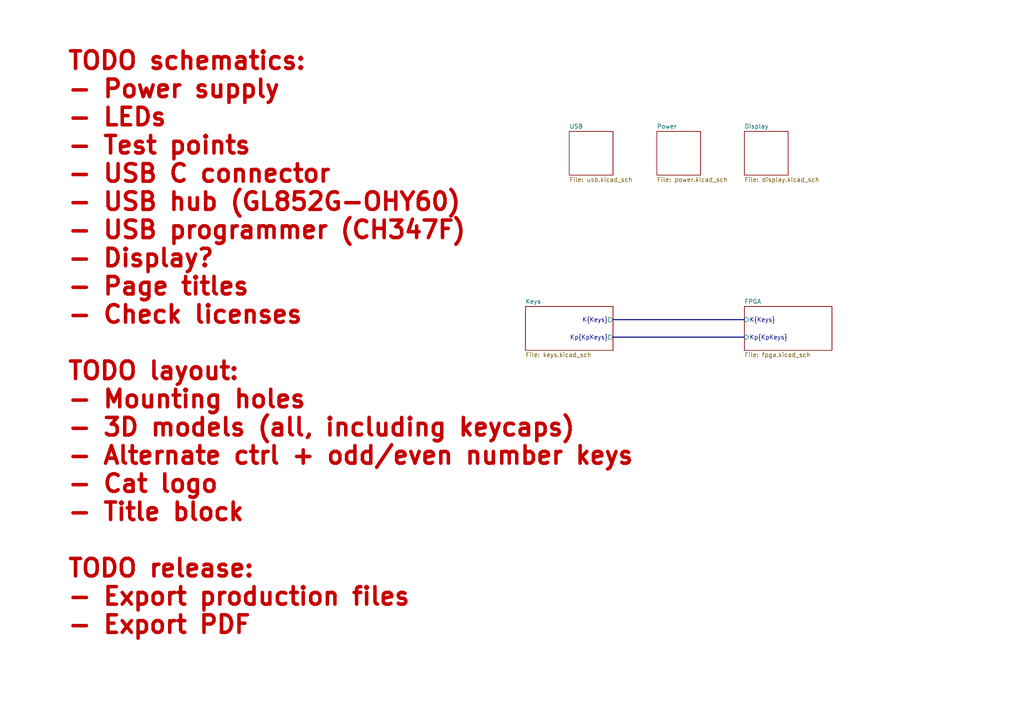
<source format=kicad_sch>
(kicad_sch
	(version 20250114)
	(generator "eeschema")
	(generator_version "9.0")
	(uuid "6362c6e0-59ef-40d3-b6e0-7e9dfe7b9b20")
	(paper "A4")
	(lib_symbols)
	(text "TODO schematics:\n- Power supply\n- LEDs\n- Test points\n- USB C connector\n- USB hub (GL852G-OHY60)\n- USB programmer (CH347F)\n- Display?\n- Page titles\n- Check licenses\n\nTODO layout:\n- Mounting holes\n- 3D models (all, including keycaps)\n- Alternate ctrl + odd/even number keys\n- Cat logo\n- Title block\n\nTODO release:\n- Export production files\n- Export PDF"
		(exclude_from_sim no)
		(at 19.304 99.568 0)
		(effects
			(font
				(size 5.08 5.08)
				(thickness 1.016)
				(bold yes)
				(color 194 0 0 1)
			)
			(justify left)
		)
		(uuid "3ed8b9f7-9303-4e2c-a8c1-769e518a62be")
	)
	(bus
		(pts
			(xy 177.8 92.71) (xy 215.9 92.71)
		)
		(stroke
			(width 0)
			(type default)
		)
		(uuid "a78b7ef5-b533-4c38-a8ec-f5ae207ff947")
	)
	(bus
		(pts
			(xy 177.8 97.79) (xy 215.9 97.79)
		)
		(stroke
			(width 0)
			(type default)
		)
		(uuid "df66b4c6-14fe-49e8-b218-8635fff83152")
	)
	(sheet
		(at 190.5 38.1)
		(size 12.7 12.7)
		(exclude_from_sim no)
		(in_bom yes)
		(on_board yes)
		(dnp no)
		(fields_autoplaced yes)
		(stroke
			(width 0.1524)
			(type solid)
		)
		(fill
			(color 0 0 0 0.0000)
		)
		(uuid "0c8a9398-ddd2-4230-9850-fe0f46e922ad")
		(property "Sheetname" "Power"
			(at 190.5 37.3884 0)
			(effects
				(font
					(size 1.27 1.27)
				)
				(justify left bottom)
			)
		)
		(property "Sheetfile" "power.kicad_sch"
			(at 190.5 51.3846 0)
			(effects
				(font
					(size 1.27 1.27)
				)
				(justify left top)
			)
		)
		(instances
			(project "clavier"
				(path "/6362c6e0-59ef-40d3-b6e0-7e9dfe7b9b20"
					(page "8")
				)
			)
		)
	)
	(sheet
		(at 215.9 38.1)
		(size 12.7 12.7)
		(exclude_from_sim no)
		(in_bom yes)
		(on_board yes)
		(dnp no)
		(fields_autoplaced yes)
		(stroke
			(width 0.1524)
			(type solid)
		)
		(fill
			(color 0 0 0 0.0000)
		)
		(uuid "7a0fedde-fdbf-441d-b3e6-197cbc93a029")
		(property "Sheetname" "Display"
			(at 215.9 37.3884 0)
			(effects
				(font
					(size 1.27 1.27)
				)
				(justify left bottom)
			)
		)
		(property "Sheetfile" "display.kicad_sch"
			(at 215.9 51.3846 0)
			(effects
				(font
					(size 1.27 1.27)
				)
				(justify left top)
			)
		)
		(instances
			(project "clavier"
				(path "/6362c6e0-59ef-40d3-b6e0-7e9dfe7b9b20"
					(page "7")
				)
			)
		)
	)
	(sheet
		(at 215.9 88.9)
		(size 25.4 12.7)
		(exclude_from_sim no)
		(in_bom yes)
		(on_board yes)
		(dnp no)
		(fields_autoplaced yes)
		(stroke
			(width 0.1524)
			(type solid)
		)
		(fill
			(color 0 0 0 0.0000)
		)
		(uuid "d73938da-f0ba-48e3-aac9-a36988c25c2c")
		(property "Sheetname" "FPGA"
			(at 215.9 88.1884 0)
			(effects
				(font
					(size 1.27 1.27)
				)
				(justify left bottom)
			)
		)
		(property "Sheetfile" "fpga.kicad_sch"
			(at 215.9 102.1846 0)
			(effects
				(font
					(size 1.27 1.27)
				)
				(justify left top)
			)
		)
		(pin "K{Keys}" input
			(at 215.9 92.71 180)
			(uuid "f4fe7cc6-6d71-4758-9705-9eee2988b8bc")
			(effects
				(font
					(size 1.27 1.27)
				)
				(justify left)
			)
		)
		(pin "Kp{KpKeys}" input
			(at 215.9 97.79 180)
			(uuid "6e56a2d2-8600-43a8-bded-d616ac68755c")
			(effects
				(font
					(size 1.27 1.27)
				)
				(justify left)
			)
		)
		(instances
			(project "clavier"
				(path "/6362c6e0-59ef-40d3-b6e0-7e9dfe7b9b20"
					(page "3")
				)
			)
		)
	)
	(sheet
		(at 165.1 38.1)
		(size 12.7 12.7)
		(exclude_from_sim no)
		(in_bom yes)
		(on_board yes)
		(dnp no)
		(fields_autoplaced yes)
		(stroke
			(width 0.1524)
			(type solid)
		)
		(fill
			(color 0 0 0 0.0000)
		)
		(uuid "f3d926d4-179d-4033-9062-145e3f3d7f6d")
		(property "Sheetname" "USB"
			(at 165.1 37.3884 0)
			(effects
				(font
					(size 1.27 1.27)
				)
				(justify left bottom)
			)
		)
		(property "Sheetfile" "usb.kicad_sch"
			(at 165.1 51.3846 0)
			(effects
				(font
					(size 1.27 1.27)
				)
				(justify left top)
			)
		)
		(instances
			(project "clavier"
				(path "/6362c6e0-59ef-40d3-b6e0-7e9dfe7b9b20"
					(page "2")
				)
			)
		)
	)
	(sheet
		(at 152.4 88.9)
		(size 25.4 12.7)
		(exclude_from_sim no)
		(in_bom yes)
		(on_board yes)
		(dnp no)
		(fields_autoplaced yes)
		(stroke
			(width 0.1524)
			(type solid)
		)
		(fill
			(color 0 0 0 0.0000)
		)
		(uuid "fe36ef85-cf96-48c6-8774-50fbc2348e34")
		(property "Sheetname" "Keys"
			(at 152.4 88.1884 0)
			(effects
				(font
					(size 1.27 1.27)
				)
				(justify left bottom)
			)
		)
		(property "Sheetfile" "keys.kicad_sch"
			(at 152.4 102.1846 0)
			(effects
				(font
					(size 1.27 1.27)
				)
				(justify left top)
			)
		)
		(pin "Kp{KpKeys}" output
			(at 177.8 97.79 0)
			(uuid "f08570d4-3557-486f-a026-ac1c83ecb41b")
			(effects
				(font
					(size 1.27 1.27)
				)
				(justify right)
			)
		)
		(pin "K{Keys}" output
			(at 177.8 92.71 0)
			(uuid "d54848c9-e10a-4700-b817-91d8b9a2b86a")
			(effects
				(font
					(size 1.27 1.27)
				)
				(justify right)
			)
		)
		(instances
			(project "clavier"
				(path "/6362c6e0-59ef-40d3-b6e0-7e9dfe7b9b20"
					(page "6")
				)
			)
		)
	)
	(sheet_instances
		(path "/"
			(page "1")
		)
	)
	(embedded_fonts no)
)

</source>
